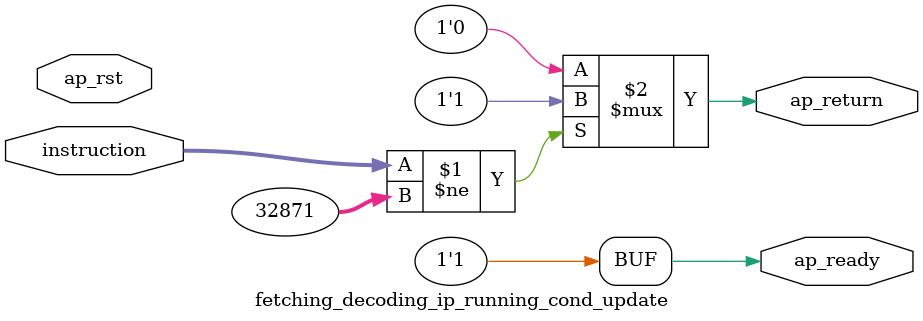
<source format=v>

`timescale 1 ns / 1 ps 

module fetching_decoding_ip_running_cond_update (
        ap_ready,
        instruction,
        ap_return,
        ap_rst
);


output   ap_ready;
input  [31:0] instruction;
output  [0:0] ap_return;
input   ap_rst;

assign ap_ready = 1'b1;

assign ap_return = ((instruction != 32'd32871) ? 1'b1 : 1'b0);

endmodule //fetching_decoding_ip_running_cond_update

</source>
